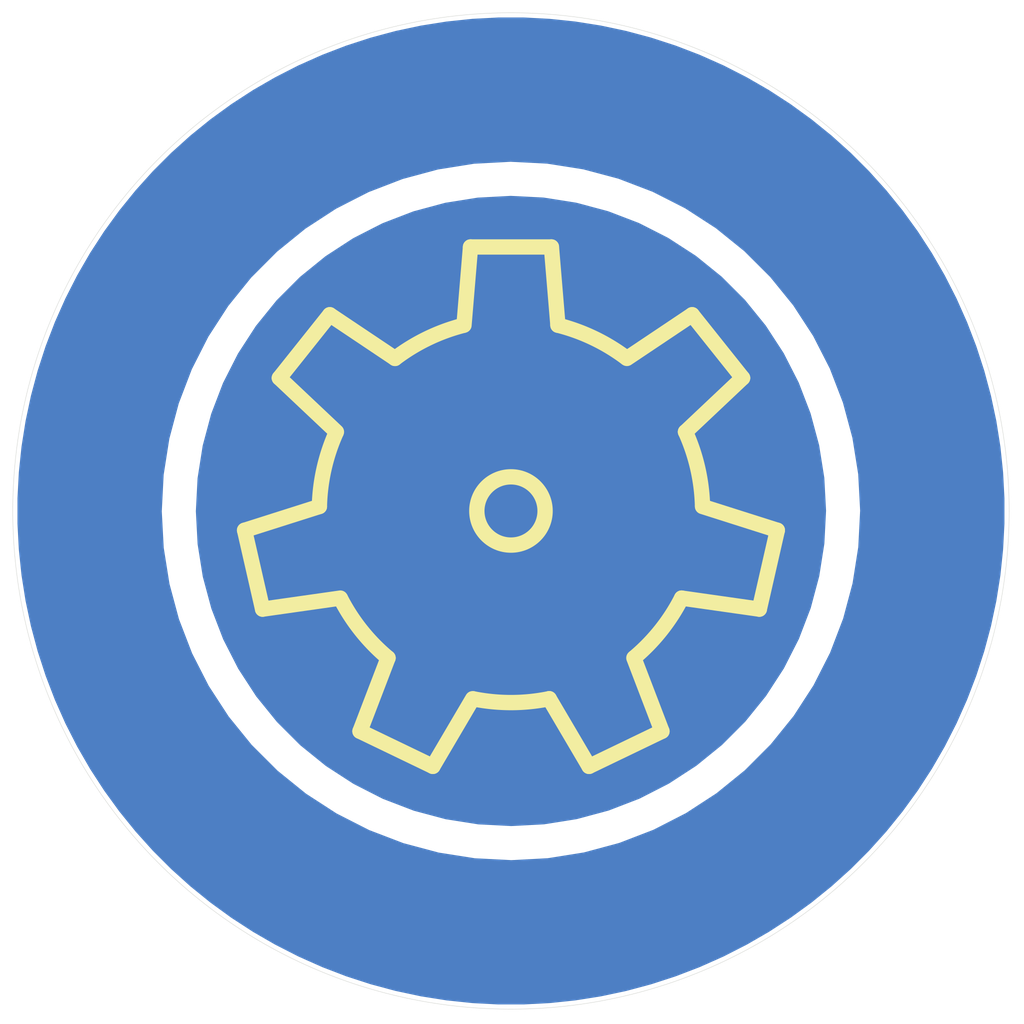
<source format=kicad_pcb>
(kicad_pcb (version 20171130) (host pcbnew 5.1.10-88a1d61d58~88~ubuntu21.04.1)

  (general
    (thickness 1.6)
    (drawings 151)
    (tracks 0)
    (zones 0)
    (modules 0)
    (nets 1)
  )

  (page A4)
  (layers
    (0 F.Cu signal)
    (31 B.Cu signal)
    (32 B.Adhes user)
    (33 F.Adhes user)
    (34 B.Paste user)
    (35 F.Paste user)
    (36 B.SilkS user)
    (37 F.SilkS user)
    (38 B.Mask user)
    (39 F.Mask user)
    (40 Dwgs.User user)
    (41 Cmts.User user)
    (42 Eco1.User user)
    (43 Eco2.User user)
    (44 Edge.Cuts user)
    (45 Margin user)
    (46 B.CrtYd user)
    (47 F.CrtYd user)
    (48 B.Fab user)
    (49 F.Fab user)
  )

  (setup
    (last_trace_width 0.25)
    (trace_clearance 0.2)
    (zone_clearance 0.508)
    (zone_45_only no)
    (trace_min 0.2)
    (via_size 0.8)
    (via_drill 0.4)
    (via_min_size 0.4)
    (via_min_drill 0.3)
    (uvia_size 0.3)
    (uvia_drill 0.1)
    (uvias_allowed no)
    (uvia_min_size 0.2)
    (uvia_min_drill 0.1)
    (edge_width 0.05)
    (segment_width 0.2)
    (pcb_text_width 0.3)
    (pcb_text_size 1.5 1.5)
    (mod_edge_width 0.12)
    (mod_text_size 1 1)
    (mod_text_width 0.15)
    (pad_size 1.524 1.524)
    (pad_drill 0.762)
    (pad_to_mask_clearance 0)
    (aux_axis_origin 0 0)
    (grid_origin 100 100)
    (visible_elements FFFFFF7F)
    (pcbplotparams
      (layerselection 0x010fc_ffffffff)
      (usegerberextensions false)
      (usegerberattributes false)
      (usegerberadvancedattributes true)
      (creategerberjobfile true)
      (excludeedgelayer true)
      (linewidth 0.100000)
      (plotframeref false)
      (viasonmask false)
      (mode 1)
      (useauxorigin false)
      (hpglpennumber 1)
      (hpglpenspeed 20)
      (hpglpendiameter 15.000000)
      (psnegative false)
      (psa4output false)
      (plotreference true)
      (plotvalue true)
      (plotinvisibletext false)
      (padsonsilk false)
      (subtractmaskfromsilk false)
      (outputformat 1)
      (mirror false)
      (drillshape 0)
      (scaleselection 1)
      (outputdirectory "gerber/"))
  )

  (net 0 "")

  (net_class Default "This is the default net class."
    (clearance 0.2)
    (trace_width 0.25)
    (via_dia 0.8)
    (via_drill 0.4)
    (uvia_dia 0.3)
    (uvia_drill 0.1)
  )

  (gr_poly (pts (xy 108.52917 59.891824) (xy 107.695448 63.806119) (xy 103.867553 63.20269) (xy 104.285667 59.224602)) (layer F.Mask) (width 0.05) (tstamp 60C00589))
  (gr_poly (pts (xy 112.674892 61.003082) (xy 111.436581 64.808787) (xy 107.692733 63.808539) (xy 108.524379 59.895948)) (layer F.Mask) (width 0.05) (tstamp 60C00587))
  (gr_poly (pts (xy 116.681745 62.541598) (xy 115.052414 66.197016) (xy 111.433628 64.810909) (xy 112.669696 61.006683)) (layer F.Mask) (width 0.05) (tstamp 60C00585))
  (gr_poly (pts (xy 120.50583 64.490516) (xy 118.503329 67.955598) (xy 115.049255 66.198818) (xy 116.676202 62.544636)) (layer F.Mask) (width 0.05) (tstamp 60C00583))
  (gr_poly (pts (xy 124.105249 66.828484) (xy 121.751518 70.065265) (xy 118.5 67.95706) (xy 120.5 64.492958)) (layer F.Mask) (width 0.05) (tstamp 60C00581))
  (gr_poly (pts (xy 127.440565 69.529886) (xy 124.761393 72.502904) (xy 121.748054 70.066372) (xy 124.099195 66.830304)) (layer F.Mask) (width 0.05) (tstamp 60C0057F))
  (gr_poly (pts (xy 130.475237 72.565124) (xy 127.499976 75.241806) (xy 124.757832 72.503641) (xy 127.434354 69.531062)) (layer F.Mask) (width 0.05) (tstamp 60C0057D))
  (gr_poly (pts (xy 133.176016 75.900945) (xy 129.937265 78.251964) (xy 127.496358 75.242167) (xy 130.468938 72.565645)) (layer F.Mask) (width 0.05) (tstamp 60C0057B))
  (gr_poly (pts (xy 135.513312 79.5008) (xy 132.046555 81.500398) (xy 129.933629 78.251945) (xy 133.169697 75.900804)) (layer F.Mask) (width 0.05) (tstamp 60C00579))
  (gr_poly (pts (xy 137.461516 83.325249) (xy 133.804735 84.951518) (xy 132.04294 81.5) (xy 135.507042 79.5)) (layer F.Mask) (width 0.05) (tstamp 60C00577))
  (gr_poly (pts (xy 138.999284 87.33239) (xy 135.192544 88.567513) (xy 133.801182 84.950744) (xy 137.455364 83.323798)) (layer F.Mask) (width 0.05) (tstamp 60C00575))
  (gr_poly (pts (xy 140.109768 91.478319) (xy 136.194776 92.308763) (xy 135.189091 88.566371) (xy 138.993318 87.330303)) (layer F.Mask) (width 0.05) (tstamp 60C00573))
  (gr_poly (pts (xy 140.7808 95.717614) (xy 136.80045 96.134281) (xy 136.191461 92.307267) (xy 140.104051 91.47562)) (layer F.Mask) (width 0.05) (tstamp 60C00571))
  (gr_poly (pts (xy 141.00503 100.003828) (xy 137.002931 100.002152) (xy 136.79731 96.132447) (xy 140.775398 95.714333)) (layer F.Mask) (width 0.05) (tstamp 60C0056F))
  (gr_poly (pts (xy 140.78 104.29) (xy 136.8 103.87) (xy 137 100) (xy 141 100)) (layer F.Mask) (width 0.05) (tstamp 60C0056D))
  (gr_poly (pts (xy 140.108176 108.52917) (xy 136.193881 107.695448) (xy 136.79731 103.867553) (xy 140.775398 104.285667)) (layer F.Mask) (width 0.05) (tstamp 60C0056B))
  (gr_poly (pts (xy 138.996918 112.674892) (xy 135.191213 111.436581) (xy 136.191461 107.692733) (xy 140.104052 108.524379)) (layer F.Mask) (width 0.05) (tstamp 60C00569))
  (gr_poly (pts (xy 137.458402 116.681745) (xy 133.802984 115.052414) (xy 135.189091 111.433628) (xy 138.993317 112.669696)) (layer F.Mask) (width 0.05) (tstamp 60C00567))
  (gr_poly (pts (xy 135.509484 120.50583) (xy 132.044402 118.503329) (xy 133.801182 115.049255) (xy 137.455364 116.676202)) (layer F.Mask) (width 0.05) (tstamp 60C00565))
  (gr_poly (pts (xy 133.171516 124.105249) (xy 129.934735 121.751518) (xy 132.04294 118.5) (xy 135.507042 120.5)) (layer F.Mask) (width 0.05) (tstamp 60C00563))
  (gr_poly (pts (xy 130.470114 127.440565) (xy 127.497096 124.761393) (xy 129.933628 121.748054) (xy 133.169696 124.099195)) (layer F.Mask) (width 0.05) (tstamp 60C00561))
  (gr_poly (pts (xy 127.434876 130.475237) (xy 124.758194 127.499976) (xy 127.496359 124.757832) (xy 130.468938 127.434354)) (layer F.Mask) (width 0.05) (tstamp 60C0055F))
  (gr_poly (pts (xy 124.099055 133.176016) (xy 121.748036 129.937265) (xy 124.757833 127.496358) (xy 127.434355 130.468938)) (layer F.Mask) (width 0.05) (tstamp 60C0055D))
  (gr_poly (pts (xy 120.4992 135.513312) (xy 118.499602 132.046555) (xy 121.748055 129.933629) (xy 124.099196 133.169697)) (layer F.Mask) (width 0.05) (tstamp 60C0055B))
  (gr_poly (pts (xy 116.674751 137.461516) (xy 115.048482 133.804735) (xy 118.5 132.04294) (xy 120.5 135.507042)) (layer F.Mask) (width 0.05) (tstamp 60C00559))
  (gr_poly (pts (xy 112.66761 138.999284) (xy 111.432487 135.192544) (xy 115.049256 133.801182) (xy 116.676202 137.455364)) (layer F.Mask) (width 0.05) (tstamp 60C00557))
  (gr_poly (pts (xy 108.521681 140.109768) (xy 107.691237 136.194776) (xy 111.433629 135.189091) (xy 112.669697 138.993318)) (layer F.Mask) (width 0.05) (tstamp 60C00555))
  (gr_poly (pts (xy 104.282386 140.7808) (xy 103.865719 136.80045) (xy 107.692733 136.191461) (xy 108.52438 140.104051)) (layer F.Mask) (width 0.05) (tstamp 60C00553))
  (gr_poly (pts (xy 99.996172 141.00503) (xy 99.997848 137.002931) (xy 103.867553 136.79731) (xy 104.285667 140.775398)) (layer F.Mask) (width 0.05) (tstamp 60C00551))
  (gr_poly (pts (xy 95.71 140.78) (xy 96.13 136.8) (xy 100 137) (xy 100 141)) (layer F.Mask) (width 0.05) (tstamp 60C0054F))
  (gr_poly (pts (xy 91.47083 140.108176) (xy 92.304552 136.193881) (xy 96.132447 136.79731) (xy 95.714333 140.775398)) (layer F.Mask) (width 0.05) (tstamp 60C0054D))
  (gr_poly (pts (xy 87.325108 138.996918) (xy 88.563419 135.191213) (xy 92.307267 136.191461) (xy 91.475621 140.104052)) (layer F.Mask) (width 0.05) (tstamp 60C0054B))
  (gr_poly (pts (xy 83.318255 137.458402) (xy 84.947586 133.802984) (xy 88.566372 135.189091) (xy 87.330304 138.993317)) (layer F.Mask) (width 0.05) (tstamp 60C00549))
  (gr_poly (pts (xy 79.49417 135.509484) (xy 81.496671 132.044402) (xy 84.950745 133.801182) (xy 83.323798 137.455364)) (layer F.Mask) (width 0.05) (tstamp 60C00547))
  (gr_poly (pts (xy 75.894751 133.171516) (xy 78.248482 129.934735) (xy 81.5 132.04294) (xy 79.5 135.507042)) (layer F.Mask) (width 0.05) (tstamp 60C00545))
  (gr_poly (pts (xy 72.559435 130.470114) (xy 75.238607 127.497096) (xy 78.251946 129.933628) (xy 75.900805 133.169696)) (layer F.Mask) (width 0.05) (tstamp 60C00543))
  (gr_poly (pts (xy 69.524763 127.434876) (xy 72.500024 124.758194) (xy 75.242168 127.496359) (xy 72.565646 130.468938)) (layer F.Mask) (width 0.05) (tstamp 60C00541))
  (gr_poly (pts (xy 66.823984 124.099055) (xy 70.062735 121.748036) (xy 72.503642 124.757833) (xy 69.531062 127.434355)) (layer F.Mask) (width 0.05) (tstamp 60C0053F))
  (gr_poly (pts (xy 64.486688 120.4992) (xy 67.953445 118.499602) (xy 70.066371 121.748055) (xy 66.830303 124.099196)) (layer F.Mask) (width 0.05) (tstamp 60C0053D))
  (gr_poly (pts (xy 62.538484 116.674751) (xy 66.195265 115.048482) (xy 67.95706 118.5) (xy 64.492958 120.5)) (layer F.Mask) (width 0.05) (tstamp 60C0053B))
  (gr_poly (pts (xy 61.000716 112.66761) (xy 64.807456 111.432487) (xy 66.198818 115.049256) (xy 62.544636 116.676202)) (layer F.Mask) (width 0.05) (tstamp 60C00539))
  (gr_poly (pts (xy 59.890232 108.521681) (xy 63.805224 107.691237) (xy 64.810909 111.433629) (xy 61.006682 112.669697)) (layer F.Mask) (width 0.05) (tstamp 60C00537))
  (gr_poly (pts (xy 59.2192 104.282386) (xy 63.19955 103.865719) (xy 63.808539 107.692733) (xy 59.895949 108.52438)) (layer F.Mask) (width 0.05) (tstamp 60C00535))
  (gr_poly (pts (xy 58.99497 99.996172) (xy 62.997069 99.997848) (xy 63.20269 103.867553) (xy 59.224602 104.285667)) (layer F.Mask) (width 0.05) (tstamp 60C00533))
  (gr_poly (pts (xy 59.22 95.71) (xy 63.2 96.13) (xy 63 100) (xy 59 100)) (layer F.Mask) (width 0.05) (tstamp 60C00531))
  (gr_poly (pts (xy 59.891824 91.47083) (xy 63.806119 92.304552) (xy 63.20269 96.132447) (xy 59.224602 95.714333)) (layer F.Mask) (width 0.05) (tstamp 60C0052F))
  (gr_poly (pts (xy 61.003082 87.325108) (xy 64.808787 88.563419) (xy 63.808539 92.307267) (xy 59.895948 91.475621)) (layer F.Mask) (width 0.05) (tstamp 60C0052D))
  (gr_poly (pts (xy 62.541598 83.318255) (xy 66.197016 84.947586) (xy 64.810909 88.566372) (xy 61.006683 87.330304)) (layer F.Mask) (width 0.05) (tstamp 60C0052B))
  (gr_poly (pts (xy 64.490516 79.49417) (xy 67.955598 81.496671) (xy 66.198818 84.950745) (xy 62.544636 83.323798)) (layer F.Mask) (width 0.05) (tstamp 60C00529))
  (gr_poly (pts (xy 66.828484 75.894751) (xy 70.065265 78.248482) (xy 67.95706 81.5) (xy 64.492958 79.5)) (layer F.Mask) (width 0.05) (tstamp 60C00527))
  (gr_poly (pts (xy 69.529886 72.559435) (xy 72.502904 75.238607) (xy 70.066372 78.251946) (xy 66.830304 75.900805)) (layer F.Mask) (width 0.05) (tstamp 60C00525))
  (gr_poly (pts (xy 72.565124 69.524763) (xy 75.241806 72.500024) (xy 72.503641 75.242168) (xy 69.531062 72.565646)) (layer F.Mask) (width 0.05) (tstamp 60C00523))
  (gr_poly (pts (xy 75.900945 66.823984) (xy 78.251964 70.062735) (xy 75.242167 72.503642) (xy 72.565645 69.531062)) (layer F.Mask) (width 0.05) (tstamp 60C00521))
  (gr_poly (pts (xy 79.5008 64.486688) (xy 81.500398 67.953445) (xy 78.251945 70.066371) (xy 75.900804 66.830303)) (layer F.Mask) (width 0.05) (tstamp 60C0051F))
  (gr_poly (pts (xy 83.325249 62.538484) (xy 84.951518 66.195265) (xy 81.5 67.95706) (xy 79.5 64.492958)) (layer F.Mask) (width 0.05) (tstamp 60C0051D))
  (gr_poly (pts (xy 87.33239 61.000716) (xy 88.567513 64.807456) (xy 84.950744 66.198818) (xy 83.323798 62.544636)) (layer F.Mask) (width 0.05) (tstamp 60C0051B))
  (gr_poly (pts (xy 91.478319 59.890232) (xy 92.308763 63.805224) (xy 88.566371 64.810909) (xy 87.330303 61.006682)) (layer F.Mask) (width 0.05) (tstamp 60C00519))
  (gr_poly (pts (xy 95.717614 59.2192) (xy 96.134281 63.19955) (xy 92.307267 63.808539) (xy 91.47562 59.895949)) (layer F.Mask) (width 0.05) (tstamp 60C00517))
  (gr_poly (pts (xy 100.003828 58.99497) (xy 100.002152 62.997069) (xy 96.132447 63.20269) (xy 95.714333 59.224602)) (layer F.Mask) (width 0.05) (tstamp 60C00515))
  (gr_poly (pts (xy 108.52917 59.891824) (xy 107.695448 63.806119) (xy 103.867553 63.20269) (xy 104.285667 59.224602)) (layer B.Mask) (width 0.05) (tstamp 60C00512))
  (gr_poly (pts (xy 112.674892 61.003082) (xy 111.436581 64.808787) (xy 107.692733 63.808539) (xy 108.524379 59.895948)) (layer B.Mask) (width 0.05) (tstamp 60C00510))
  (gr_poly (pts (xy 116.681745 62.541598) (xy 115.052414 66.197016) (xy 111.433628 64.810909) (xy 112.669696 61.006683)) (layer B.Mask) (width 0.05) (tstamp 60C0050E))
  (gr_poly (pts (xy 120.50583 64.490516) (xy 118.503329 67.955598) (xy 115.049255 66.198818) (xy 116.676202 62.544636)) (layer B.Mask) (width 0.05) (tstamp 60C0050C))
  (gr_poly (pts (xy 124.105249 66.828484) (xy 121.751518 70.065265) (xy 118.5 67.95706) (xy 120.5 64.492958)) (layer B.Mask) (width 0.05) (tstamp 60C0050A))
  (gr_poly (pts (xy 127.440565 69.529886) (xy 124.761393 72.502904) (xy 121.748054 70.066372) (xy 124.099195 66.830304)) (layer B.Mask) (width 0.05) (tstamp 60C00508))
  (gr_poly (pts (xy 130.475237 72.565124) (xy 127.499976 75.241806) (xy 124.757832 72.503641) (xy 127.434354 69.531062)) (layer B.Mask) (width 0.05) (tstamp 60C00506))
  (gr_poly (pts (xy 133.176016 75.900945) (xy 129.937265 78.251964) (xy 127.496358 75.242167) (xy 130.468938 72.565645)) (layer B.Mask) (width 0.05) (tstamp 60C00504))
  (gr_poly (pts (xy 135.513312 79.5008) (xy 132.046555 81.500398) (xy 129.933629 78.251945) (xy 133.169697 75.900804)) (layer B.Mask) (width 0.05) (tstamp 60C00502))
  (gr_poly (pts (xy 137.461516 83.325249) (xy 133.804735 84.951518) (xy 132.04294 81.5) (xy 135.507042 79.5)) (layer B.Mask) (width 0.05) (tstamp 60C00500))
  (gr_poly (pts (xy 138.999284 87.33239) (xy 135.192544 88.567513) (xy 133.801182 84.950744) (xy 137.455364 83.323798)) (layer B.Mask) (width 0.05) (tstamp 60C004FE))
  (gr_poly (pts (xy 140.109768 91.478319) (xy 136.194776 92.308763) (xy 135.189091 88.566371) (xy 138.993318 87.330303)) (layer B.Mask) (width 0.05) (tstamp 60C004FC))
  (gr_poly (pts (xy 140.7808 95.717614) (xy 136.80045 96.134281) (xy 136.191461 92.307267) (xy 140.104051 91.47562)) (layer B.Mask) (width 0.05) (tstamp 60C004FA))
  (gr_poly (pts (xy 141.00503 100.003828) (xy 137.002931 100.002152) (xy 136.79731 96.132447) (xy 140.775398 95.714333)) (layer B.Mask) (width 0.05) (tstamp 60C004F8))
  (gr_poly (pts (xy 140.78 104.29) (xy 136.8 103.87) (xy 137 100) (xy 141 100)) (layer B.Mask) (width 0.05) (tstamp 60C004F6))
  (gr_poly (pts (xy 140.108176 108.52917) (xy 136.193881 107.695448) (xy 136.79731 103.867553) (xy 140.775398 104.285667)) (layer B.Mask) (width 0.05) (tstamp 60C004F4))
  (gr_poly (pts (xy 138.996918 112.674892) (xy 135.191213 111.436581) (xy 136.191461 107.692733) (xy 140.104052 108.524379)) (layer B.Mask) (width 0.05) (tstamp 60C004F2))
  (gr_poly (pts (xy 137.458402 116.681745) (xy 133.802984 115.052414) (xy 135.189091 111.433628) (xy 138.993317 112.669696)) (layer B.Mask) (width 0.05) (tstamp 60C004F0))
  (gr_poly (pts (xy 135.509484 120.50583) (xy 132.044402 118.503329) (xy 133.801182 115.049255) (xy 137.455364 116.676202)) (layer B.Mask) (width 0.05) (tstamp 60C004EE))
  (gr_poly (pts (xy 133.171516 124.105249) (xy 129.934735 121.751518) (xy 132.04294 118.5) (xy 135.507042 120.5)) (layer B.Mask) (width 0.05) (tstamp 60C004EC))
  (gr_poly (pts (xy 130.470114 127.440565) (xy 127.497096 124.761393) (xy 129.933628 121.748054) (xy 133.169696 124.099195)) (layer B.Mask) (width 0.05) (tstamp 60C004EA))
  (gr_poly (pts (xy 127.434876 130.475237) (xy 124.758194 127.499976) (xy 127.496359 124.757832) (xy 130.468938 127.434354)) (layer B.Mask) (width 0.05) (tstamp 60C004E8))
  (gr_poly (pts (xy 124.099055 133.176016) (xy 121.748036 129.937265) (xy 124.757833 127.496358) (xy 127.434355 130.468938)) (layer B.Mask) (width 0.05) (tstamp 60C004E6))
  (gr_poly (pts (xy 120.4992 135.513312) (xy 118.499602 132.046555) (xy 121.748055 129.933629) (xy 124.099196 133.169697)) (layer B.Mask) (width 0.05) (tstamp 60C004E4))
  (gr_poly (pts (xy 116.674751 137.461516) (xy 115.048482 133.804735) (xy 118.5 132.04294) (xy 120.5 135.507042)) (layer B.Mask) (width 0.05) (tstamp 60C004E2))
  (gr_poly (pts (xy 112.66761 138.999284) (xy 111.432487 135.192544) (xy 115.049256 133.801182) (xy 116.676202 137.455364)) (layer B.Mask) (width 0.05) (tstamp 60C004E0))
  (gr_poly (pts (xy 108.521681 140.109768) (xy 107.691237 136.194776) (xy 111.433629 135.189091) (xy 112.669697 138.993318)) (layer B.Mask) (width 0.05) (tstamp 60C004DE))
  (gr_poly (pts (xy 104.282386 140.7808) (xy 103.865719 136.80045) (xy 107.692733 136.191461) (xy 108.52438 140.104051)) (layer B.Mask) (width 0.05) (tstamp 60C004DC))
  (gr_poly (pts (xy 99.996172 141.00503) (xy 99.997848 137.002931) (xy 103.867553 136.79731) (xy 104.285667 140.775398)) (layer B.Mask) (width 0.05) (tstamp 60C004DA))
  (gr_poly (pts (xy 95.71 140.78) (xy 96.13 136.8) (xy 100 137) (xy 100 141)) (layer B.Mask) (width 0.05) (tstamp 60C004D8))
  (gr_poly (pts (xy 91.47083 140.108176) (xy 92.304552 136.193881) (xy 96.132447 136.79731) (xy 95.714333 140.775398)) (layer B.Mask) (width 0.05) (tstamp 60C004D6))
  (gr_poly (pts (xy 87.325108 138.996918) (xy 88.563419 135.191213) (xy 92.307267 136.191461) (xy 91.475621 140.104052)) (layer B.Mask) (width 0.05) (tstamp 60C004D4))
  (gr_poly (pts (xy 83.318255 137.458402) (xy 84.947586 133.802984) (xy 88.566372 135.189091) (xy 87.330304 138.993317)) (layer B.Mask) (width 0.05) (tstamp 60C004D2))
  (gr_poly (pts (xy 79.49417 135.509484) (xy 81.496671 132.044402) (xy 84.950745 133.801182) (xy 83.323798 137.455364)) (layer B.Mask) (width 0.05) (tstamp 60C004D0))
  (gr_poly (pts (xy 75.894751 133.171516) (xy 78.248482 129.934735) (xy 81.5 132.04294) (xy 79.5 135.507042)) (layer B.Mask) (width 0.05) (tstamp 60C004CE))
  (gr_poly (pts (xy 72.559435 130.470114) (xy 75.238607 127.497096) (xy 78.251946 129.933628) (xy 75.900805 133.169696)) (layer B.Mask) (width 0.05) (tstamp 60C004CC))
  (gr_poly (pts (xy 69.524763 127.434876) (xy 72.500024 124.758194) (xy 75.242168 127.496359) (xy 72.565646 130.468938)) (layer B.Mask) (width 0.05) (tstamp 60C004CA))
  (gr_poly (pts (xy 66.823984 124.099055) (xy 70.062735 121.748036) (xy 72.503642 124.757833) (xy 69.531062 127.434355)) (layer B.Mask) (width 0.05) (tstamp 60C004C8))
  (gr_poly (pts (xy 64.486688 120.4992) (xy 67.953445 118.499602) (xy 70.066371 121.748055) (xy 66.830303 124.099196)) (layer B.Mask) (width 0.05) (tstamp 60C004C6))
  (gr_poly (pts (xy 62.538484 116.674751) (xy 66.195265 115.048482) (xy 67.95706 118.5) (xy 64.492958 120.5)) (layer B.Mask) (width 0.05) (tstamp 60C004C4))
  (gr_poly (pts (xy 61.000716 112.66761) (xy 64.807456 111.432487) (xy 66.198818 115.049256) (xy 62.544636 116.676202)) (layer B.Mask) (width 0.05) (tstamp 60C004C2))
  (gr_poly (pts (xy 59.890232 108.521681) (xy 63.805224 107.691237) (xy 64.810909 111.433629) (xy 61.006682 112.669697)) (layer B.Mask) (width 0.05) (tstamp 60C004C0))
  (gr_poly (pts (xy 59.2192 104.282386) (xy 63.19955 103.865719) (xy 63.808539 107.692733) (xy 59.895949 108.52438)) (layer B.Mask) (width 0.05) (tstamp 60C004BE))
  (gr_poly (pts (xy 58.99497 99.996172) (xy 62.997069 99.997848) (xy 63.20269 103.867553) (xy 59.224602 104.285667)) (layer B.Mask) (width 0.05) (tstamp 60C004BC))
  (gr_poly (pts (xy 59.22 95.71) (xy 63.2 96.13) (xy 63 100) (xy 59 100)) (layer B.Mask) (width 0.05) (tstamp 60C004BA))
  (gr_poly (pts (xy 59.891824 91.47083) (xy 63.806119 92.304552) (xy 63.20269 96.132447) (xy 59.224602 95.714333)) (layer B.Mask) (width 0.05) (tstamp 60C004B8))
  (gr_poly (pts (xy 61.003082 87.325108) (xy 64.808787 88.563419) (xy 63.808539 92.307267) (xy 59.895948 91.475621)) (layer B.Mask) (width 0.05) (tstamp 60C004B6))
  (gr_poly (pts (xy 62.541598 83.318255) (xy 66.197016 84.947586) (xy 64.810909 88.566372) (xy 61.006683 87.330304)) (layer B.Mask) (width 0.05) (tstamp 60C004B4))
  (gr_poly (pts (xy 64.490516 79.49417) (xy 67.955598 81.496671) (xy 66.198818 84.950745) (xy 62.544636 83.323798)) (layer B.Mask) (width 0.05) (tstamp 60C004B2))
  (gr_poly (pts (xy 66.828484 75.894751) (xy 70.065265 78.248482) (xy 67.95706 81.5) (xy 64.492958 79.5)) (layer B.Mask) (width 0.05) (tstamp 60C004B0))
  (gr_poly (pts (xy 69.529886 72.559435) (xy 72.502904 75.238607) (xy 70.066372 78.251946) (xy 66.830304 75.900805)) (layer B.Mask) (width 0.05) (tstamp 60C004AE))
  (gr_poly (pts (xy 72.565124 69.524763) (xy 75.241806 72.500024) (xy 72.503641 75.242168) (xy 69.531062 72.565646)) (layer B.Mask) (width 0.05) (tstamp 60C004AC))
  (gr_poly (pts (xy 75.900945 66.823984) (xy 78.251964 70.062735) (xy 75.242167 72.503642) (xy 72.565645 69.531062)) (layer B.Mask) (width 0.05) (tstamp 60C004AA))
  (gr_poly (pts (xy 79.5008 64.486688) (xy 81.500398 67.953445) (xy 78.251945 70.066371) (xy 75.900804 66.830303)) (layer B.Mask) (width 0.05) (tstamp 60C004A8))
  (gr_poly (pts (xy 83.325249 62.538484) (xy 84.951518 66.195265) (xy 81.5 67.95706) (xy 79.5 64.492958)) (layer B.Mask) (width 0.05) (tstamp 60C004A6))
  (gr_poly (pts (xy 87.33239 61.000716) (xy 88.567513 64.807456) (xy 84.950744 66.198818) (xy 83.323798 62.544636)) (layer B.Mask) (width 0.05) (tstamp 60C004A4))
  (gr_poly (pts (xy 91.478319 59.890232) (xy 92.308763 63.805224) (xy 88.566371 64.810909) (xy 87.330303 61.006682)) (layer B.Mask) (width 0.05) (tstamp 60C004A2))
  (gr_poly (pts (xy 95.717614 59.2192) (xy 96.134281 63.19955) (xy 92.307267 63.808539) (xy 91.47562 59.895949)) (layer B.Mask) (width 0.05) (tstamp 60C004A0))
  (gr_poly (pts (xy 100.003828 58.99497) (xy 100.002152 62.997069) (xy 96.132447 63.20269) (xy 95.714333 59.224602)) (layer B.Mask) (width 0.05) (tstamp 60C0049E))
  (gr_poly (pts (xy 104.29 59.22) (xy 103.87 63.2) (xy 100 63) (xy 100 59)) (layer F.Mask) (width 0.05) (tstamp 60C00487))
  (gr_poly (pts (xy 104.29 59.22) (xy 103.87 63.2) (xy 100 63) (xy 100 59)) (layer B.Mask) (width 0.05))
  (gr_arc (start 100 100) (end 41.5 100) (angle -180) (layer Edge.Cuts) (width 0.05))
  (gr_arc (start 100 100) (end 158.5 100) (angle -180) (layer Edge.Cuts) (width 0.05))
  (gr_arc (start 100 100) (end 122.490078 99.331908) (angle -22.67879906) (layer F.SilkS) (width 1.8) (tstamp 60BF74EF))
  (gr_arc (start 100 100) (end 114.54467 117.166903) (angle -22.67879906) (layer F.SilkS) (width 1.8) (tstamp 60BF74ED))
  (gr_arc (start 100 100) (end 95.646828 122.07487) (angle -22.67879906) (layer F.SilkS) (width 1.8) (tstamp 60BF74EB))
  (gr_arc (start 100 100) (end 80.027014 110.36001) (angle -22.67879906) (layer F.SilkS) (width 1.8) (tstamp 60BF74E9))
  (gr_arc (start 100 100) (end 79.447265 90.843851) (angle -22.67879906) (layer F.SilkS) (width 1.8) (tstamp 60BF74E7))
  (gr_arc (start 100 100) (end 94.344145 78.222459) (angle -22.67879906) (layer F.SilkS) (width 1.8) (tstamp 60BF74E5))
  (gr_line (start 120.493571 90.712185) (end 127.198353 84.385516) (layer F.SilkS) (width 1.8) (tstamp 60BF74E2))
  (gr_line (start 120.039039 110.231661) (end 129.165791 111.529057) (layer F.SilkS) (width 1.8) (tstamp 60BF74E0))
  (gr_line (start 104.494702 122.046488) (end 109.170794 129.990983) (layer F.SilkS) (width 1.8) (tstamp 60BF74DE))
  (gr_line (start 85.565763 117.25986) (end 82.270002 125.869088) (layer F.SilkS) (width 1.8) (tstamp 60BF74DC))
  (gr_line (start 77.506099 99.476205) (end 68.720261 102.267241) (layer F.SilkS) (width 1.8) (tstamp 60BF74DA))
  (gr_line (start 86.384801 82.086979) (end 78.724801 76.958116) (layer F.SilkS) (width 1.8) (tstamp 60BF74D8))
  (gr_line (start 127.198353 84.385516) (end 121.2752 76.958117) (layer F.SilkS) (width 1.8) (tstamp 60BF74D5))
  (gr_line (start 129.165791 111.529057) (end 131.27974 102.267242) (layer F.SilkS) (width 1.8) (tstamp 60BF74D3))
  (gr_line (start 109.170794 129.990983) (end 117.729998 125.869087) (layer F.SilkS) (width 1.8) (tstamp 60BF74D1))
  (gr_line (start 82.270002 125.869087) (end 90.829206 129.990983) (layer F.SilkS) (width 1.8) (tstamp 60BF74CF))
  (gr_line (start 68.72026 102.267241) (end 70.834209 111.529056) (layer F.SilkS) (width 1.8) (tstamp 60BF74CD))
  (gr_line (start 78.724801 76.958117) (end 72.801648 84.385516) (layer F.SilkS) (width 1.8) (tstamp 60BF74CB))
  (gr_line (start 121.275199 76.958117) (end 113.615199 82.08698) (layer F.SilkS) (width 1.8) (tstamp 60BF74C8))
  (gr_line (start 131.27974 102.267241) (end 122.493902 99.476205) (layer F.SilkS) (width 1.8) (tstamp 60BF74C6))
  (gr_line (start 117.729998 125.869087) (end 114.434237 117.259859) (layer F.SilkS) (width 1.8) (tstamp 60BF74C4))
  (gr_line (start 90.829206 129.990983) (end 95.505298 122.046488) (layer F.SilkS) (width 1.8) (tstamp 60BF74C2))
  (gr_line (start 70.834209 111.529057) (end 79.960961 110.231661) (layer F.SilkS) (width 1.8) (tstamp 60BF74C0))
  (gr_line (start 72.801647 84.385516) (end 79.506429 90.712185) (layer F.SilkS) (width 1.8) (tstamp 60BF74BE))
  (gr_line (start 95.25 69) (end 94.483974 78.186623) (layer F.SilkS) (width 1.8))
  (gr_line (start 104.75 69) (end 95.25 69) (layer F.SilkS) (width 1.8))
  (gr_line (start 105.516026 78.186623) (end 104.75 69) (layer F.SilkS) (width 1.8))
  (gr_arc (start 100 100) (end 113.499999 82) (angle -22.67879906) (layer F.SilkS) (width 1.8))
  (gr_circle (center 100 100) (end 104.007805 100) (layer F.SilkS) (width 1.8))

  (zone (net 0) (net_name "") (layer B.Cu) (tstamp 60BF6308) (hatch edge 0.508)
    (connect_pads (clearance 0.508))
    (min_thickness 0.254)
    (keepout (tracks not_allowed) (vias not_allowed) (copperpour not_allowed))
    (fill (arc_segments 32) (thermal_gap 0.508) (thermal_bridge_width 0.508))
    (polygon
      (pts
        (xy 100.003828 58.99497) (xy 100.002152 62.997069) (xy 96.132447 63.20269) (xy 95.714333 59.224602)
      )
    )
  )
  (zone (net 0) (net_name "") (layer B.Cu) (tstamp 0) (hatch edge 0.508)
    (connect_pads (clearance 0.508))
    (min_thickness 0.254)
    (fill yes (arc_segments 32) (thermal_gap 0.508) (thermal_bridge_width 0.508))
    (polygon
      (pts
        (xy 160.25 75) (xy 160 127.5) (xy 125 160) (xy 75 160.25) (xy 40 127.5)
        (xy 40 75) (xy 75 40) (xy 125 40)
      )
    )
    (filled_polygon
      (pts
        (xy 104.538074 42.338301) (xy 107.549635 42.654829) (xy 110.540503 43.128536) (xy 113.50248 43.758124) (xy 116.427448 44.541867)
        (xy 119.307389 45.477616) (xy 122.13441 46.562808) (xy 124.900762 47.794467) (xy 127.598863 49.169218) (xy 130.221317 50.683293)
        (xy 132.760937 52.332541) (xy 135.210761 54.112443) (xy 137.564075 56.018119) (xy 139.814429 58.044346) (xy 141.955654 60.185571)
        (xy 143.981881 62.435925) (xy 145.887557 64.789239) (xy 147.667459 67.239063) (xy 149.316707 69.778683) (xy 150.830782 72.401137)
        (xy 152.205533 75.099238) (xy 153.437192 77.86559) (xy 154.522384 80.692611) (xy 155.458133 83.572552) (xy 156.241876 86.49752)
        (xy 156.871464 89.459497) (xy 157.345171 92.450365) (xy 157.661699 95.461926) (xy 157.82018 98.485925) (xy 157.82018 101.514075)
        (xy 157.661699 104.538074) (xy 157.345171 107.549635) (xy 156.871464 110.540503) (xy 156.241876 113.50248) (xy 155.458133 116.427448)
        (xy 154.522384 119.307389) (xy 153.437192 122.13441) (xy 152.205533 124.900762) (xy 150.830782 127.598863) (xy 149.316707 130.221317)
        (xy 147.667459 132.760937) (xy 145.887557 135.210761) (xy 143.981881 137.564075) (xy 141.955654 139.814429) (xy 139.814429 141.955654)
        (xy 137.564075 143.981881) (xy 135.210761 145.887557) (xy 132.760937 147.667459) (xy 130.221317 149.316707) (xy 127.598863 150.830782)
        (xy 124.900762 152.205533) (xy 122.13441 153.437192) (xy 119.307389 154.522384) (xy 116.427448 155.458133) (xy 113.50248 156.241876)
        (xy 110.540503 156.871464) (xy 107.549635 157.345171) (xy 104.538074 157.661699) (xy 101.514075 157.82018) (xy 98.485925 157.82018)
        (xy 95.461926 157.661699) (xy 92.450365 157.345171) (xy 89.459497 156.871464) (xy 86.49752 156.241876) (xy 83.572552 155.458133)
        (xy 80.692611 154.522384) (xy 77.86559 153.437192) (xy 75.099238 152.205533) (xy 72.401137 150.830782) (xy 69.778683 149.316707)
        (xy 67.239063 147.667459) (xy 64.789239 145.887557) (xy 62.435925 143.981881) (xy 60.185571 141.955654) (xy 58.044346 139.814429)
        (xy 56.018119 137.564075) (xy 54.112443 135.210761) (xy 52.332541 132.760937) (xy 50.683293 130.221317) (xy 49.169218 127.598863)
        (xy 47.794467 124.900762) (xy 46.562808 122.13441) (xy 45.477616 119.307389) (xy 44.541867 116.427448) (xy 43.758124 113.50248)
        (xy 43.128536 110.540503) (xy 42.654829 107.549635) (xy 42.338301 104.538074) (xy 42.17982 101.514075) (xy 42.17982 100.002961)
        (xy 58.868152 100.002961) (xy 59.095668 104.252934) (xy 59.092292 104.277542) (xy 59.093786 104.302394) (xy 59.764298 108.505301)
        (xy 59.763513 108.530129) (xy 59.767596 108.554689) (xy 60.873761 112.664491) (xy 60.875575 112.689258) (xy 60.882202 112.713256)
        (xy 62.411898 116.684916) (xy 62.416291 116.709361) (xy 62.425391 116.732535) (xy 64.361857 120.522539) (xy 64.368782 120.546393)
        (xy 64.380255 120.568489) (xy 66.702275 124.135313) (xy 66.711657 124.158314) (xy 66.725376 124.179089) (xy 69.407513 127.48366)
        (xy 69.419246 127.505552) (xy 69.435061 127.524779) (xy 72.447927 130.530887) (xy 72.461883 130.551432) (xy 72.479622 130.568901)
        (xy 75.790204 133.243609) (xy 75.806234 133.262586) (xy 75.825701 133.278105) (xy 79.397734 135.592113) (xy 79.415657 135.609307)
        (xy 79.43664 135.622706) (xy 83.230978 137.550655) (xy 83.250607 137.565885) (xy 83.272875 137.577018) (xy 87.247958 139.097792)
        (xy 87.269065 139.110884) (xy 87.292376 139.119627) (xy 91.404643 140.216559) (xy 91.427008 140.227376) (xy 91.451105 140.233635)
        (xy 95.655507 140.894709) (xy 95.678877 140.903127) (xy 95.703496 140.906833) (xy 99.953965 141.124806) (xy 99.97809 141.130736)
        (xy 100.002961 141.131848) (xy 104.252934 140.904332) (xy 104.277542 140.907708) (xy 104.302394 140.906214) (xy 108.505301 140.235702)
        (xy 108.530129 140.236487) (xy 108.554689 140.232404) (xy 112.664491 139.126239) (xy 112.689258 139.124425) (xy 112.713256 139.117798)
        (xy 116.684916 137.588102) (xy 116.709361 137.583709) (xy 116.732535 137.574609) (xy 120.522539 135.638143) (xy 120.546393 135.631218)
        (xy 120.568489 135.619745) (xy 124.135313 133.297725) (xy 124.158314 133.288343) (xy 124.179089 133.274624) (xy 127.48366 130.592487)
        (xy 127.505552 130.580754) (xy 127.524779 130.564939) (xy 130.530887 127.552073) (xy 130.551432 127.538117) (xy 130.568901 127.520378)
        (xy 133.243609 124.209796) (xy 133.262586 124.193766) (xy 133.278105 124.174299) (xy 135.592113 120.602266) (xy 135.609307 120.584343)
        (xy 135.622706 120.56336) (xy 137.550655 116.769022) (xy 137.565885 116.749393) (xy 137.577018 116.727125) (xy 139.097792 112.752042)
        (xy 139.110884 112.730935) (xy 139.119627 112.707624) (xy 140.216559 108.595357) (xy 140.227376 108.572992) (xy 140.233635 108.548895)
        (xy 140.894709 104.344493) (xy 140.903127 104.321123) (xy 140.906833 104.296504) (xy 141.124806 100.046035) (xy 141.130736 100.02191)
        (xy 141.131848 99.997039) (xy 140.904332 95.747066) (xy 140.907708 95.722458) (xy 140.906214 95.697606) (xy 140.235702 91.494699)
        (xy 140.236487 91.469871) (xy 140.232404 91.445311) (xy 139.126239 87.335509) (xy 139.124425 87.310742) (xy 139.117798 87.286744)
        (xy 137.588102 83.315084) (xy 137.583709 83.290639) (xy 137.574609 83.267465) (xy 135.638143 79.477461) (xy 135.631218 79.453607)
        (xy 135.619745 79.431511) (xy 133.297725 75.864687) (xy 133.288343 75.841686) (xy 133.274624 75.820911) (xy 130.592487 72.51634)
        (xy 130.580754 72.494448) (xy 130.564939 72.475221) (xy 127.552073 69.469113) (xy 127.538117 69.448568) (xy 127.520378 69.431099)
        (xy 124.209796 66.756391) (xy 124.193766 66.737414) (xy 124.174299 66.721895) (xy 120.602266 64.407887) (xy 120.584343 64.390693)
        (xy 120.56336 64.377294) (xy 116.769022 62.449345) (xy 116.749393 62.434115) (xy 116.727125 62.422982) (xy 112.752042 60.902208)
        (xy 112.730935 60.889116) (xy 112.707624 60.880373) (xy 108.595357 59.783441) (xy 108.572992 59.772624) (xy 108.548895 59.766365)
        (xy 104.344493 59.105291) (xy 104.321123 59.096873) (xy 104.296504 59.093167) (xy 100.046035 58.875194) (xy 100.02191 58.869264)
        (xy 99.997039 58.868152) (xy 95.747066 59.095668) (xy 95.722458 59.092292) (xy 95.697606 59.093786) (xy 91.494699 59.764298)
        (xy 91.469871 59.763513) (xy 91.445311 59.767596) (xy 87.335509 60.873761) (xy 87.310742 60.875575) (xy 87.286744 60.882202)
        (xy 83.315084 62.411898) (xy 83.290639 62.416291) (xy 83.267465 62.425391) (xy 79.477461 64.361857) (xy 79.453607 64.368782)
        (xy 79.431511 64.380255) (xy 75.864687 66.702275) (xy 75.841686 66.711657) (xy 75.820911 66.725376) (xy 72.51634 69.407513)
        (xy 72.494448 69.419246) (xy 72.475221 69.435061) (xy 69.469113 72.447927) (xy 69.448568 72.461883) (xy 69.431099 72.479622)
        (xy 66.756391 75.790204) (xy 66.737414 75.806234) (xy 66.721895 75.825701) (xy 64.407887 79.397734) (xy 64.390693 79.415657)
        (xy 64.377294 79.43664) (xy 62.449345 83.230978) (xy 62.434115 83.250607) (xy 62.422982 83.272875) (xy 60.902208 87.247958)
        (xy 60.889116 87.269065) (xy 60.880373 87.292376) (xy 59.783441 91.404643) (xy 59.772624 91.427008) (xy 59.766365 91.451105)
        (xy 59.105291 95.655507) (xy 59.096873 95.678877) (xy 59.093167 95.703496) (xy 58.875194 99.953965) (xy 58.869264 99.97809)
        (xy 58.868152 100.002961) (xy 42.17982 100.002961) (xy 42.17982 98.485925) (xy 42.338301 95.461926) (xy 42.654829 92.450365)
        (xy 43.128536 89.459497) (xy 43.758124 86.49752) (xy 44.541867 83.572552) (xy 45.477616 80.692611) (xy 46.562808 77.86559)
        (xy 47.794467 75.099238) (xy 49.169218 72.401137) (xy 50.683293 69.778683) (xy 52.332541 67.239063) (xy 54.112443 64.789239)
        (xy 56.018119 62.435925) (xy 58.044346 60.185571) (xy 60.185571 58.044346) (xy 62.435925 56.018119) (xy 64.789239 54.112443)
        (xy 67.239063 52.332541) (xy 69.778683 50.683293) (xy 72.401137 49.169218) (xy 75.099238 47.794467) (xy 77.86559 46.562808)
        (xy 80.692611 45.477616) (xy 83.572552 44.541867) (xy 86.49752 43.758124) (xy 89.459497 43.128536) (xy 92.450365 42.654829)
        (xy 95.461926 42.338301) (xy 98.485925 42.17982) (xy 101.514075 42.17982)
      )
    )
    (filled_polygon
      (pts
        (xy 99.993445 63.126831) (xy 103.837611 63.325496) (xy 103.847777 63.328141) (xy 107.650117 63.927542) (xy 107.659952 63.931235)
        (xy 111.378802 64.924803) (xy 111.388202 64.929507) (xy 114.982832 66.306362) (xy 114.991681 66.312018) (xy 118.422696 68.057069)
        (xy 118.430908 68.063621) (xy 121.660715 70.157749) (xy 121.668202 70.165128) (xy 124.661428 72.585397) (xy 124.668095 72.593509)
        (xy 127.391932 75.313393) (xy 127.397719 75.322163) (xy 129.822329 78.311863) (xy 129.827168 78.321193) (xy 131.925987 81.547956)
        (xy 131.929824 81.557739) (xy 133.679857 84.986213) (xy 133.68265 84.996344) (xy 135.064723 88.588967) (xy 135.066442 88.59933)
        (xy 136.065413 92.316736) (xy 136.066039 92.327225) (xy 136.670963 96.12869) (xy 136.670489 96.139186) (xy 136.874737 99.983056)
        (xy 136.873169 99.993445) (xy 136.674504 103.837611) (xy 136.671859 103.847777) (xy 136.072458 107.650117) (xy 136.068765 107.659952)
        (xy 135.075197 111.378802) (xy 135.070493 111.388202) (xy 133.693638 114.982832) (xy 133.687982 114.991681) (xy 131.942931 118.422696)
        (xy 131.936379 118.430908) (xy 129.842251 121.660715) (xy 129.834872 121.668202) (xy 127.414603 124.661428) (xy 127.406491 124.668095)
        (xy 124.686607 127.391932) (xy 124.677837 127.397719) (xy 121.688137 129.822329) (xy 121.678807 129.827168) (xy 118.452044 131.925987)
        (xy 118.442261 131.929824) (xy 115.013787 133.679857) (xy 115.003656 133.68265) (xy 111.411033 135.064723) (xy 111.40067 135.066442)
        (xy 107.683264 136.065413) (xy 107.672775 136.066039) (xy 103.87131 136.670963) (xy 103.860814 136.670489) (xy 100.016944 136.874737)
        (xy 100.006555 136.873169) (xy 96.162389 136.674504) (xy 96.152223 136.671859) (xy 92.349883 136.072458) (xy 92.340048 136.068765)
        (xy 88.621198 135.075197) (xy 88.611798 135.070493) (xy 85.017168 133.693638) (xy 85.008319 133.687982) (xy 81.577304 131.942931)
        (xy 81.569092 131.936379) (xy 78.339285 129.842251) (xy 78.331798 129.834872) (xy 75.338572 127.414603) (xy 75.331905 127.406491)
        (xy 72.608068 124.686607) (xy 72.602281 124.677837) (xy 70.177671 121.688137) (xy 70.172832 121.678807) (xy 68.074013 118.452044)
        (xy 68.070176 118.442261) (xy 66.320143 115.013787) (xy 66.31735 115.003656) (xy 64.935277 111.411033) (xy 64.933558 111.40067)
        (xy 63.934587 107.683264) (xy 63.933961 107.672775) (xy 63.329037 103.87131) (xy 63.329511 103.860814) (xy 63.125263 100.016944)
        (xy 63.126831 100.006555) (xy 63.325496 96.162389) (xy 63.328141 96.152223) (xy 63.927542 92.349883) (xy 63.931235 92.340048)
        (xy 64.924803 88.621198) (xy 64.929507 88.611798) (xy 66.306362 85.017168) (xy 66.312018 85.008319) (xy 68.057069 81.577304)
        (xy 68.063621 81.569092) (xy 70.157749 78.339285) (xy 70.165128 78.331798) (xy 72.585397 75.338572) (xy 72.593509 75.331905)
        (xy 75.313393 72.608068) (xy 75.322163 72.602281) (xy 78.311863 70.177671) (xy 78.321193 70.172832) (xy 81.547956 68.074013)
        (xy 81.557739 68.070176) (xy 84.986213 66.320143) (xy 84.996344 66.31735) (xy 88.588967 64.935277) (xy 88.59933 64.933558)
        (xy 92.316736 63.934587) (xy 92.327225 63.933961) (xy 96.12869 63.329037) (xy 96.139186 63.329511) (xy 99.983056 63.125263)
      )
    )
  )
  (zone (net 0) (net_name "") (layer B.Cu) (tstamp 60BF8820) (hatch edge 0.508)
    (connect_pads (clearance 0.508))
    (min_thickness 0.254)
    (keepout (tracks not_allowed) (vias not_allowed) (copperpour not_allowed))
    (fill (arc_segments 32) (thermal_gap 0.508) (thermal_bridge_width 0.508))
    (polygon
      (pts
        (xy 95.717614 59.2192) (xy 96.13428 63.19955) (xy 92.307267 63.808539) (xy 91.47562 59.895948)
      )
    )
  )
  (zone (net 0) (net_name "") (layer B.Cu) (tstamp 60BF8822) (hatch edge 0.508)
    (connect_pads (clearance 0.508))
    (min_thickness 0.254)
    (keepout (tracks not_allowed) (vias not_allowed) (copperpour not_allowed))
    (fill (arc_segments 32) (thermal_gap 0.508) (thermal_bridge_width 0.508))
    (polygon
      (pts
        (xy 91.478319 59.890232) (xy 92.308763 63.805224) (xy 88.566371 64.810909) (xy 87.330303 61.006682)
      )
    )
  )
  (zone (net 0) (net_name "") (layer B.Cu) (tstamp 60BF8824) (hatch edge 0.508)
    (connect_pads (clearance 0.508))
    (min_thickness 0.254)
    (keepout (tracks not_allowed) (vias not_allowed) (copperpour not_allowed))
    (fill (arc_segments 32) (thermal_gap 0.508) (thermal_bridge_width 0.508))
    (polygon
      (pts
        (xy 87.33239 61.000716) (xy 88.567513 64.807456) (xy 84.950745 66.198818) (xy 83.323798 62.544636)
      )
    )
  )
  (zone (net 0) (net_name "") (layer B.Cu) (tstamp 60BF8826) (hatch edge 0.508)
    (connect_pads (clearance 0.508))
    (min_thickness 0.254)
    (keepout (tracks not_allowed) (vias not_allowed) (copperpour not_allowed))
    (fill (arc_segments 32) (thermal_gap 0.508) (thermal_bridge_width 0.508))
    (polygon
      (pts
        (xy 83.325249 62.538484) (xy 84.951518 66.195265) (xy 81.5 67.95706) (xy 79.5 64.492958)
      )
    )
  )
  (zone (net 0) (net_name "") (layer B.Cu) (tstamp 60BF8828) (hatch edge 0.508)
    (connect_pads (clearance 0.508))
    (min_thickness 0.254)
    (keepout (tracks not_allowed) (vias not_allowed) (copperpour not_allowed))
    (fill (arc_segments 32) (thermal_gap 0.508) (thermal_bridge_width 0.508))
    (polygon
      (pts
        (xy 79.5008 64.486688) (xy 81.500398 67.953445) (xy 78.251946 70.066371) (xy 75.900804 66.830303)
      )
    )
  )
  (zone (net 0) (net_name "") (layer B.Cu) (tstamp 60BF882A) (hatch edge 0.508)
    (connect_pads (clearance 0.508))
    (min_thickness 0.254)
    (keepout (tracks not_allowed) (vias not_allowed) (copperpour not_allowed))
    (fill (arc_segments 32) (thermal_gap 0.508) (thermal_bridge_width 0.508))
    (polygon
      (pts
        (xy 75.900945 66.823984) (xy 78.251964 70.062735) (xy 75.242168 72.503642) (xy 72.565645 69.531062)
      )
    )
  )
  (zone (net 0) (net_name "") (layer B.Cu) (tstamp 60BF882C) (hatch edge 0.508)
    (connect_pads (clearance 0.508))
    (min_thickness 0.254)
    (keepout (tracks not_allowed) (vias not_allowed) (copperpour not_allowed))
    (fill (arc_segments 32) (thermal_gap 0.508) (thermal_bridge_width 0.508))
    (polygon
      (pts
        (xy 72.565124 69.524763) (xy 75.241805 72.500024) (xy 72.503641 75.242168) (xy 69.531062 72.565645)
      )
    )
  )
  (zone (net 0) (net_name "") (layer B.Cu) (tstamp 60BF882E) (hatch edge 0.508)
    (connect_pads (clearance 0.508))
    (min_thickness 0.254)
    (keepout (tracks not_allowed) (vias not_allowed) (copperpour not_allowed))
    (fill (arc_segments 32) (thermal_gap 0.508) (thermal_bridge_width 0.508))
    (polygon
      (pts
        (xy 69.529886 72.559435) (xy 72.502904 75.238607) (xy 70.066372 78.251946) (xy 66.830303 75.900805)
      )
    )
  )
  (zone (net 0) (net_name "") (layer B.Cu) (tstamp 60BF8830) (hatch edge 0.508)
    (connect_pads (clearance 0.508))
    (min_thickness 0.254)
    (keepout (tracks not_allowed) (vias not_allowed) (copperpour not_allowed))
    (fill (arc_segments 32) (thermal_gap 0.508) (thermal_bridge_width 0.508))
    (polygon
      (pts
        (xy 66.828484 75.894751) (xy 70.065265 78.248482) (xy 67.95706 81.5) (xy 64.492958 79.5)
      )
    )
  )
  (zone (net 0) (net_name "") (layer B.Cu) (tstamp 60BF8832) (hatch edge 0.508)
    (connect_pads (clearance 0.508))
    (min_thickness 0.254)
    (keepout (tracks not_allowed) (vias not_allowed) (copperpour not_allowed))
    (fill (arc_segments 32) (thermal_gap 0.508) (thermal_bridge_width 0.508))
    (polygon
      (pts
        (xy 64.490516 79.49417) (xy 67.955597 81.496671) (xy 66.198818 84.950744) (xy 62.544636 83.323798)
      )
    )
  )
  (zone (net 0) (net_name "") (layer B.Cu) (tstamp 60BF8834) (hatch edge 0.508)
    (connect_pads (clearance 0.508))
    (min_thickness 0.254)
    (keepout (tracks not_allowed) (vias not_allowed) (copperpour not_allowed))
    (fill (arc_segments 32) (thermal_gap 0.508) (thermal_bridge_width 0.508))
    (polygon
      (pts
        (xy 62.541598 83.318255) (xy 66.197016 84.947586) (xy 64.810909 88.566371) (xy 61.006682 87.330303)
      )
    )
  )
  (zone (net 0) (net_name "") (layer B.Cu) (tstamp 60BF8836) (hatch edge 0.508)
    (connect_pads (clearance 0.508))
    (min_thickness 0.254)
    (keepout (tracks not_allowed) (vias not_allowed) (copperpour not_allowed))
    (fill (arc_segments 32) (thermal_gap 0.508) (thermal_bridge_width 0.508))
    (polygon
      (pts
        (xy 61.003082 87.325108) (xy 64.808786 88.563419) (xy 63.808539 92.307267) (xy 59.895948 91.47562)
      )
    )
  )
  (zone (net 0) (net_name "") (layer B.Cu) (tstamp 60BF8838) (hatch edge 0.508)
    (connect_pads (clearance 0.508))
    (min_thickness 0.254)
    (keepout (tracks not_allowed) (vias not_allowed) (copperpour not_allowed))
    (fill (arc_segments 32) (thermal_gap 0.508) (thermal_bridge_width 0.508))
    (polygon
      (pts
        (xy 59.891824 91.470831) (xy 63.806119 92.304554) (xy 63.20269 96.132447) (xy 59.224602 95.714333)
      )
    )
  )
  (zone (net 0) (net_name "") (layer B.Cu) (tstamp 60BF883A) (hatch edge 0.508)
    (connect_pads (clearance 0.508))
    (min_thickness 0.254)
    (keepout (tracks not_allowed) (vias not_allowed) (copperpour not_allowed))
    (fill (arc_segments 32) (thermal_gap 0.508) (thermal_bridge_width 0.508))
    (polygon
      (pts
        (xy 59.22 95.71) (xy 63.2 96.13) (xy 63 100) (xy 59 100)
      )
    )
  )
  (zone (net 0) (net_name "") (layer B.Cu) (tstamp 60BF883C) (hatch edge 0.508)
    (connect_pads (clearance 0.508))
    (min_thickness 0.254)
    (keepout (tracks not_allowed) (vias not_allowed) (copperpour not_allowed))
    (fill (arc_segments 32) (thermal_gap 0.508) (thermal_bridge_width 0.508))
    (polygon
      (pts
        (xy 58.99497 99.996172) (xy 62.997069 99.997848) (xy 63.20269 103.867553) (xy 59.224602 104.285667)
      )
    )
  )
  (zone (net 0) (net_name "") (layer B.Cu) (tstamp 60BF883E) (hatch edge 0.508)
    (connect_pads (clearance 0.508))
    (min_thickness 0.254)
    (keepout (tracks not_allowed) (vias not_allowed) (copperpour not_allowed))
    (fill (arc_segments 32) (thermal_gap 0.508) (thermal_bridge_width 0.508))
    (polygon
      (pts
        (xy 59.2192 104.282386) (xy 63.19955 103.86572) (xy 63.808539 107.692733) (xy 59.895948 108.52438)
      )
    )
  )
  (zone (net 0) (net_name "") (layer B.Cu) (tstamp 60BF8840) (hatch edge 0.508)
    (connect_pads (clearance 0.508))
    (min_thickness 0.254)
    (keepout (tracks not_allowed) (vias not_allowed) (copperpour not_allowed))
    (fill (arc_segments 32) (thermal_gap 0.508) (thermal_bridge_width 0.508))
    (polygon
      (pts
        (xy 59.890232 108.521681) (xy 63.805224 107.691237) (xy 64.810909 111.433629) (xy 61.006682 112.669697)
      )
    )
  )
  (zone (net 0) (net_name "") (layer B.Cu) (tstamp 60BF8842) (hatch edge 0.508)
    (connect_pads (clearance 0.508))
    (min_thickness 0.254)
    (keepout (tracks not_allowed) (vias not_allowed) (copperpour not_allowed))
    (fill (arc_segments 32) (thermal_gap 0.508) (thermal_bridge_width 0.508))
    (polygon
      (pts
        (xy 61.000716 112.66761) (xy 64.807456 111.432487) (xy 66.198818 115.049255) (xy 62.544636 116.676202)
      )
    )
  )
  (zone (net 0) (net_name "") (layer B.Cu) (tstamp 60BF8844) (hatch edge 0.508)
    (connect_pads (clearance 0.508))
    (min_thickness 0.254)
    (keepout (tracks not_allowed) (vias not_allowed) (copperpour not_allowed))
    (fill (arc_segments 32) (thermal_gap 0.508) (thermal_bridge_width 0.508))
    (polygon
      (pts
        (xy 62.538484 116.674751) (xy 66.195265 115.048482) (xy 67.95706 118.5) (xy 64.492958 120.5)
      )
    )
  )
  (zone (net 0) (net_name "") (layer B.Cu) (tstamp 60BF8846) (hatch edge 0.508)
    (connect_pads (clearance 0.508))
    (min_thickness 0.254)
    (keepout (tracks not_allowed) (vias not_allowed) (copperpour not_allowed))
    (fill (arc_segments 32) (thermal_gap 0.508) (thermal_bridge_width 0.508))
    (polygon
      (pts
        (xy 64.486688 120.4992) (xy 67.953445 118.499602) (xy 70.066371 121.748054) (xy 66.830303 124.099196)
      )
    )
  )
  (zone (net 0) (net_name "") (layer B.Cu) (tstamp 60BF8848) (hatch edge 0.508)
    (connect_pads (clearance 0.508))
    (min_thickness 0.254)
    (keepout (tracks not_allowed) (vias not_allowed) (copperpour not_allowed))
    (fill (arc_segments 32) (thermal_gap 0.508) (thermal_bridge_width 0.508))
    (polygon
      (pts
        (xy 66.823984 124.099055) (xy 70.062735 121.748036) (xy 72.503642 124.757832) (xy 69.531062 127.434355)
      )
    )
  )
  (zone (net 0) (net_name "") (layer B.Cu) (tstamp 60BF884A) (hatch edge 0.508)
    (connect_pads (clearance 0.508))
    (min_thickness 0.254)
    (keepout (tracks not_allowed) (vias not_allowed) (copperpour not_allowed))
    (fill (arc_segments 32) (thermal_gap 0.508) (thermal_bridge_width 0.508))
    (polygon
      (pts
        (xy 69.524763 127.434876) (xy 72.500024 124.758195) (xy 75.242168 127.496359) (xy 72.565645 130.468938)
      )
    )
  )
  (zone (net 0) (net_name "") (layer B.Cu) (tstamp 60BF884C) (hatch edge 0.508)
    (connect_pads (clearance 0.508))
    (min_thickness 0.254)
    (keepout (tracks not_allowed) (vias not_allowed) (copperpour not_allowed))
    (fill (arc_segments 32) (thermal_gap 0.508) (thermal_bridge_width 0.508))
    (polygon
      (pts
        (xy 72.559435 130.470114) (xy 75.238607 127.497096) (xy 78.251946 129.933628) (xy 75.900805 133.169697)
      )
    )
  )
  (zone (net 0) (net_name "") (layer B.Cu) (tstamp 60BF884E) (hatch edge 0.508)
    (connect_pads (clearance 0.508))
    (min_thickness 0.254)
    (keepout (tracks not_allowed) (vias not_allowed) (copperpour not_allowed))
    (fill (arc_segments 32) (thermal_gap 0.508) (thermal_bridge_width 0.508))
    (polygon
      (pts
        (xy 75.894751 133.171516) (xy 78.248482 129.934735) (xy 81.5 132.04294) (xy 79.5 135.507042)
      )
    )
  )
  (zone (net 0) (net_name "") (layer B.Cu) (tstamp 60BF8850) (hatch edge 0.508)
    (connect_pads (clearance 0.508))
    (min_thickness 0.254)
    (keepout (tracks not_allowed) (vias not_allowed) (copperpour not_allowed))
    (fill (arc_segments 32) (thermal_gap 0.508) (thermal_bridge_width 0.508))
    (polygon
      (pts
        (xy 79.49417 135.509484) (xy 81.496671 132.044403) (xy 84.950744 133.801182) (xy 83.323798 137.455364)
      )
    )
  )
  (zone (net 0) (net_name "") (layer B.Cu) (tstamp 60BF8852) (hatch edge 0.508)
    (connect_pads (clearance 0.508))
    (min_thickness 0.254)
    (keepout (tracks not_allowed) (vias not_allowed) (copperpour not_allowed))
    (fill (arc_segments 32) (thermal_gap 0.508) (thermal_bridge_width 0.508))
    (polygon
      (pts
        (xy 83.318255 137.458402) (xy 84.947586 133.802984) (xy 88.566371 135.189091) (xy 87.330303 138.993318)
      )
    )
  )
  (zone (net 0) (net_name "") (layer B.Cu) (tstamp 60BF8854) (hatch edge 0.508)
    (connect_pads (clearance 0.508))
    (min_thickness 0.254)
    (keepout (tracks not_allowed) (vias not_allowed) (copperpour not_allowed))
    (fill (arc_segments 32) (thermal_gap 0.508) (thermal_bridge_width 0.508))
    (polygon
      (pts
        (xy 87.325108 138.996918) (xy 88.563419 135.191214) (xy 92.307267 136.191461) (xy 91.47562 140.104052)
      )
    )
  )
  (zone (net 0) (net_name "") (layer B.Cu) (tstamp 60BF8856) (hatch edge 0.508)
    (connect_pads (clearance 0.508))
    (min_thickness 0.254)
    (keepout (tracks not_allowed) (vias not_allowed) (copperpour not_allowed))
    (fill (arc_segments 32) (thermal_gap 0.508) (thermal_bridge_width 0.508))
    (polygon
      (pts
        (xy 91.470831 140.108176) (xy 92.304554 136.193881) (xy 96.132447 136.79731) (xy 95.714333 140.775398)
      )
    )
  )
  (zone (net 0) (net_name "") (layer B.Cu) (tstamp 60BF8858) (hatch edge 0.508)
    (connect_pads (clearance 0.508))
    (min_thickness 0.254)
    (keepout (tracks not_allowed) (vias not_allowed) (copperpour not_allowed))
    (fill (arc_segments 32) (thermal_gap 0.508) (thermal_bridge_width 0.508))
    (polygon
      (pts
        (xy 95.71 140.78) (xy 96.13 136.8) (xy 100 137) (xy 100 141)
      )
    )
  )
  (zone (net 0) (net_name "") (layer B.Cu) (tstamp 60BF885A) (hatch edge 0.508)
    (connect_pads (clearance 0.508))
    (min_thickness 0.254)
    (keepout (tracks not_allowed) (vias not_allowed) (copperpour not_allowed))
    (fill (arc_segments 32) (thermal_gap 0.508) (thermal_bridge_width 0.508))
    (polygon
      (pts
        (xy 99.996172 141.00503) (xy 99.997848 137.002931) (xy 103.867553 136.79731) (xy 104.285667 140.775398)
      )
    )
  )
  (zone (net 0) (net_name "") (layer B.Cu) (tstamp 60BF885C) (hatch edge 0.508)
    (connect_pads (clearance 0.508))
    (min_thickness 0.254)
    (keepout (tracks not_allowed) (vias not_allowed) (copperpour not_allowed))
    (fill (arc_segments 32) (thermal_gap 0.508) (thermal_bridge_width 0.508))
    (polygon
      (pts
        (xy 104.282386 140.7808) (xy 103.86572 136.80045) (xy 107.692733 136.191461) (xy 108.52438 140.104052)
      )
    )
  )
  (zone (net 0) (net_name "") (layer B.Cu) (tstamp 60BF885E) (hatch edge 0.508)
    (connect_pads (clearance 0.508))
    (min_thickness 0.254)
    (keepout (tracks not_allowed) (vias not_allowed) (copperpour not_allowed))
    (fill (arc_segments 32) (thermal_gap 0.508) (thermal_bridge_width 0.508))
    (polygon
      (pts
        (xy 108.521681 140.109768) (xy 107.691237 136.194776) (xy 111.433629 135.189091) (xy 112.669697 138.993318)
      )
    )
  )
  (zone (net 0) (net_name "") (layer B.Cu) (tstamp 60BF8860) (hatch edge 0.508)
    (connect_pads (clearance 0.508))
    (min_thickness 0.254)
    (keepout (tracks not_allowed) (vias not_allowed) (copperpour not_allowed))
    (fill (arc_segments 32) (thermal_gap 0.508) (thermal_bridge_width 0.508))
    (polygon
      (pts
        (xy 112.66761 138.999284) (xy 111.432487 135.192544) (xy 115.049255 133.801182) (xy 116.676202 137.455364)
      )
    )
  )
  (zone (net 0) (net_name "") (layer B.Cu) (tstamp 60BF8862) (hatch edge 0.508)
    (connect_pads (clearance 0.508))
    (min_thickness 0.254)
    (keepout (tracks not_allowed) (vias not_allowed) (copperpour not_allowed))
    (fill (arc_segments 32) (thermal_gap 0.508) (thermal_bridge_width 0.508))
    (polygon
      (pts
        (xy 116.674751 137.461516) (xy 115.048482 133.804735) (xy 118.5 132.04294) (xy 120.5 135.507042)
      )
    )
  )
  (zone (net 0) (net_name "") (layer B.Cu) (tstamp 60BF8864) (hatch edge 0.508)
    (connect_pads (clearance 0.508))
    (min_thickness 0.254)
    (keepout (tracks not_allowed) (vias not_allowed) (copperpour not_allowed))
    (fill (arc_segments 32) (thermal_gap 0.508) (thermal_bridge_width 0.508))
    (polygon
      (pts
        (xy 120.4992 135.513312) (xy 118.499602 132.046555) (xy 121.748054 129.933629) (xy 124.099196 133.169697)
      )
    )
  )
  (zone (net 0) (net_name "") (layer B.Cu) (tstamp 60BF8866) (hatch edge 0.508)
    (connect_pads (clearance 0.508))
    (min_thickness 0.254)
    (keepout (tracks not_allowed) (vias not_allowed) (copperpour not_allowed))
    (fill (arc_segments 32) (thermal_gap 0.508) (thermal_bridge_width 0.508))
    (polygon
      (pts
        (xy 124.099055 133.176016) (xy 121.748036 129.937265) (xy 124.757832 127.496358) (xy 127.434355 130.468938)
      )
    )
  )
  (zone (net 0) (net_name "") (layer B.Cu) (tstamp 60BF8868) (hatch edge 0.508)
    (connect_pads (clearance 0.508))
    (min_thickness 0.254)
    (keepout (tracks not_allowed) (vias not_allowed) (copperpour not_allowed))
    (fill (arc_segments 32) (thermal_gap 0.508) (thermal_bridge_width 0.508))
    (polygon
      (pts
        (xy 127.434876 130.475237) (xy 124.758195 127.499976) (xy 127.496359 124.757832) (xy 130.468938 127.434355)
      )
    )
  )
  (zone (net 0) (net_name "") (layer B.Cu) (tstamp 60BF886A) (hatch edge 0.508)
    (connect_pads (clearance 0.508))
    (min_thickness 0.254)
    (keepout (tracks not_allowed) (vias not_allowed) (copperpour not_allowed))
    (fill (arc_segments 32) (thermal_gap 0.508) (thermal_bridge_width 0.508))
    (polygon
      (pts
        (xy 130.470114 127.440565) (xy 127.497096 124.761393) (xy 129.933628 121.748054) (xy 133.169697 124.099195)
      )
    )
  )
  (zone (net 0) (net_name "") (layer B.Cu) (tstamp 60BF886C) (hatch edge 0.508)
    (connect_pads (clearance 0.508))
    (min_thickness 0.254)
    (keepout (tracks not_allowed) (vias not_allowed) (copperpour not_allowed))
    (fill (arc_segments 32) (thermal_gap 0.508) (thermal_bridge_width 0.508))
    (polygon
      (pts
        (xy 133.171516 124.105249) (xy 129.934735 121.751518) (xy 132.04294 118.5) (xy 135.507042 120.5)
      )
    )
  )
  (zone (net 0) (net_name "") (layer B.Cu) (tstamp 60BF886E) (hatch edge 0.508)
    (connect_pads (clearance 0.508))
    (min_thickness 0.254)
    (keepout (tracks not_allowed) (vias not_allowed) (copperpour not_allowed))
    (fill (arc_segments 32) (thermal_gap 0.508) (thermal_bridge_width 0.508))
    (polygon
      (pts
        (xy 135.509484 120.50583) (xy 132.044403 118.503329) (xy 133.801182 115.049256) (xy 137.455364 116.676202)
      )
    )
  )
  (zone (net 0) (net_name "") (layer B.Cu) (tstamp 60BF8870) (hatch edge 0.508)
    (connect_pads (clearance 0.508))
    (min_thickness 0.254)
    (keepout (tracks not_allowed) (vias not_allowed) (copperpour not_allowed))
    (fill (arc_segments 32) (thermal_gap 0.508) (thermal_bridge_width 0.508))
    (polygon
      (pts
        (xy 137.458402 116.681745) (xy 133.802984 115.052414) (xy 135.189091 111.433629) (xy 138.993318 112.669697)
      )
    )
  )
  (zone (net 0) (net_name "") (layer B.Cu) (tstamp 60BF8872) (hatch edge 0.508)
    (connect_pads (clearance 0.508))
    (min_thickness 0.254)
    (keepout (tracks not_allowed) (vias not_allowed) (copperpour not_allowed))
    (fill (arc_segments 32) (thermal_gap 0.508) (thermal_bridge_width 0.508))
    (polygon
      (pts
        (xy 138.996918 112.674892) (xy 135.191214 111.436581) (xy 136.191461 107.692733) (xy 140.104052 108.52438)
      )
    )
  )
  (zone (net 0) (net_name "") (layer B.Cu) (tstamp 60BF8874) (hatch edge 0.508)
    (connect_pads (clearance 0.508))
    (min_thickness 0.254)
    (keepout (tracks not_allowed) (vias not_allowed) (copperpour not_allowed))
    (fill (arc_segments 32) (thermal_gap 0.508) (thermal_bridge_width 0.508))
    (polygon
      (pts
        (xy 140.108176 108.529169) (xy 136.193881 107.695446) (xy 136.79731 103.867553) (xy 140.775398 104.285667)
      )
    )
  )
  (zone (net 0) (net_name "") (layer B.Cu) (tstamp 60BF8876) (hatch edge 0.508)
    (connect_pads (clearance 0.508))
    (min_thickness 0.254)
    (keepout (tracks not_allowed) (vias not_allowed) (copperpour not_allowed))
    (fill (arc_segments 32) (thermal_gap 0.508) (thermal_bridge_width 0.508))
    (polygon
      (pts
        (xy 140.78 104.29) (xy 136.8 103.87) (xy 137 100) (xy 141 100)
      )
    )
  )
  (zone (net 0) (net_name "") (layer B.Cu) (tstamp 60BF8878) (hatch edge 0.508)
    (connect_pads (clearance 0.508))
    (min_thickness 0.254)
    (keepout (tracks not_allowed) (vias not_allowed) (copperpour not_allowed))
    (fill (arc_segments 32) (thermal_gap 0.508) (thermal_bridge_width 0.508))
    (polygon
      (pts
        (xy 141.00503 100.003828) (xy 137.002931 100.002152) (xy 136.79731 96.132447) (xy 140.775398 95.714333)
      )
    )
  )
  (zone (net 0) (net_name "") (layer B.Cu) (tstamp 60BF887A) (hatch edge 0.508)
    (connect_pads (clearance 0.508))
    (min_thickness 0.254)
    (keepout (tracks not_allowed) (vias not_allowed) (copperpour not_allowed))
    (fill (arc_segments 32) (thermal_gap 0.508) (thermal_bridge_width 0.508))
    (polygon
      (pts
        (xy 140.7808 95.717614) (xy 136.80045 96.13428) (xy 136.191461 92.307267) (xy 140.104052 91.47562)
      )
    )
  )
  (zone (net 0) (net_name "") (layer B.Cu) (tstamp 60BF887C) (hatch edge 0.508)
    (connect_pads (clearance 0.508))
    (min_thickness 0.254)
    (keepout (tracks not_allowed) (vias not_allowed) (copperpour not_allowed))
    (fill (arc_segments 32) (thermal_gap 0.508) (thermal_bridge_width 0.508))
    (polygon
      (pts
        (xy 140.109768 91.478319) (xy 136.194776 92.308763) (xy 135.189091 88.566371) (xy 138.993318 87.330303)
      )
    )
  )
  (zone (net 0) (net_name "") (layer B.Cu) (tstamp 60BF887E) (hatch edge 0.508)
    (connect_pads (clearance 0.508))
    (min_thickness 0.254)
    (keepout (tracks not_allowed) (vias not_allowed) (copperpour not_allowed))
    (fill (arc_segments 32) (thermal_gap 0.508) (thermal_bridge_width 0.508))
    (polygon
      (pts
        (xy 138.999284 87.33239) (xy 135.192544 88.567513) (xy 133.801182 84.950745) (xy 137.455364 83.323798)
      )
    )
  )
  (zone (net 0) (net_name "") (layer B.Cu) (tstamp 60BF8880) (hatch edge 0.508)
    (connect_pads (clearance 0.508))
    (min_thickness 0.254)
    (keepout (tracks not_allowed) (vias not_allowed) (copperpour not_allowed))
    (fill (arc_segments 32) (thermal_gap 0.508) (thermal_bridge_width 0.508))
    (polygon
      (pts
        (xy 137.461516 83.325249) (xy 133.804735 84.951518) (xy 132.04294 81.5) (xy 135.507042 79.5)
      )
    )
  )
  (zone (net 0) (net_name "") (layer B.Cu) (tstamp 60BF8882) (hatch edge 0.508)
    (connect_pads (clearance 0.508))
    (min_thickness 0.254)
    (keepout (tracks not_allowed) (vias not_allowed) (copperpour not_allowed))
    (fill (arc_segments 32) (thermal_gap 0.508) (thermal_bridge_width 0.508))
    (polygon
      (pts
        (xy 135.513312 79.5008) (xy 132.046555 81.500398) (xy 129.933629 78.251946) (xy 133.169697 75.900804)
      )
    )
  )
  (zone (net 0) (net_name "") (layer B.Cu) (tstamp 60BF8884) (hatch edge 0.508)
    (connect_pads (clearance 0.508))
    (min_thickness 0.254)
    (keepout (tracks not_allowed) (vias not_allowed) (copperpour not_allowed))
    (fill (arc_segments 32) (thermal_gap 0.508) (thermal_bridge_width 0.508))
    (polygon
      (pts
        (xy 133.176016 75.900945) (xy 129.937265 78.251964) (xy 127.496358 75.242168) (xy 130.468938 72.565645)
      )
    )
  )
  (zone (net 0) (net_name "") (layer B.Cu) (tstamp 60BF8886) (hatch edge 0.508)
    (connect_pads (clearance 0.508))
    (min_thickness 0.254)
    (keepout (tracks not_allowed) (vias not_allowed) (copperpour not_allowed))
    (fill (arc_segments 32) (thermal_gap 0.508) (thermal_bridge_width 0.508))
    (polygon
      (pts
        (xy 130.475237 72.565124) (xy 127.499976 75.241805) (xy 124.757832 72.503641) (xy 127.434355 69.531062)
      )
    )
  )
  (zone (net 0) (net_name "") (layer B.Cu) (tstamp 60BF8888) (hatch edge 0.508)
    (connect_pads (clearance 0.508))
    (min_thickness 0.254)
    (keepout (tracks not_allowed) (vias not_allowed) (copperpour not_allowed))
    (fill (arc_segments 32) (thermal_gap 0.508) (thermal_bridge_width 0.508))
    (polygon
      (pts
        (xy 127.440565 69.529886) (xy 124.761393 72.502904) (xy 121.748054 70.066372) (xy 124.099195 66.830303)
      )
    )
  )
  (zone (net 0) (net_name "") (layer B.Cu) (tstamp 60BF888A) (hatch edge 0.508)
    (connect_pads (clearance 0.508))
    (min_thickness 0.254)
    (keepout (tracks not_allowed) (vias not_allowed) (copperpour not_allowed))
    (fill (arc_segments 32) (thermal_gap 0.508) (thermal_bridge_width 0.508))
    (polygon
      (pts
        (xy 124.105249 66.828484) (xy 121.751518 70.065265) (xy 118.5 67.95706) (xy 120.5 64.492958)
      )
    )
  )
  (zone (net 0) (net_name "") (layer B.Cu) (tstamp 60BF888C) (hatch edge 0.508)
    (connect_pads (clearance 0.508))
    (min_thickness 0.254)
    (keepout (tracks not_allowed) (vias not_allowed) (copperpour not_allowed))
    (fill (arc_segments 32) (thermal_gap 0.508) (thermal_bridge_width 0.508))
    (polygon
      (pts
        (xy 120.50583 64.490516) (xy 118.503329 67.955597) (xy 115.049256 66.198818) (xy 116.676202 62.544636)
      )
    )
  )
  (zone (net 0) (net_name "") (layer B.Cu) (tstamp 60BF888E) (hatch edge 0.508)
    (connect_pads (clearance 0.508))
    (min_thickness 0.254)
    (keepout (tracks not_allowed) (vias not_allowed) (copperpour not_allowed))
    (fill (arc_segments 32) (thermal_gap 0.508) (thermal_bridge_width 0.508))
    (polygon
      (pts
        (xy 116.681745 62.541598) (xy 115.052414 66.197016) (xy 111.433629 64.810909) (xy 112.669697 61.006682)
      )
    )
  )
  (zone (net 0) (net_name "") (layer B.Cu) (tstamp 60BF8890) (hatch edge 0.508)
    (connect_pads (clearance 0.508))
    (min_thickness 0.254)
    (keepout (tracks not_allowed) (vias not_allowed) (copperpour not_allowed))
    (fill (arc_segments 32) (thermal_gap 0.508) (thermal_bridge_width 0.508))
    (polygon
      (pts
        (xy 112.674892 61.003082) (xy 111.436581 64.808786) (xy 107.692733 63.808539) (xy 108.52438 59.895948)
      )
    )
  )
  (zone (net 0) (net_name "") (layer B.Cu) (tstamp 60BF8892) (hatch edge 0.508)
    (connect_pads (clearance 0.508))
    (min_thickness 0.254)
    (keepout (tracks not_allowed) (vias not_allowed) (copperpour not_allowed))
    (fill (arc_segments 32) (thermal_gap 0.508) (thermal_bridge_width 0.508))
    (polygon
      (pts
        (xy 108.529169 59.891824) (xy 107.695446 63.806119) (xy 103.867553 63.20269) (xy 104.285667 59.224602)
      )
    )
  )
  (zone (net 0) (net_name "") (layer B.Cu) (tstamp 60BF8894) (hatch edge 0.508)
    (connect_pads (clearance 0.508))
    (min_thickness 0.254)
    (keepout (tracks not_allowed) (vias not_allowed) (copperpour not_allowed))
    (fill (arc_segments 32) (thermal_gap 0.508) (thermal_bridge_width 0.508))
    (polygon
      (pts
        (xy 104.29 59.22) (xy 103.87 63.2) (xy 100 63) (xy 100 59)
      )
    )
  )
)

</source>
